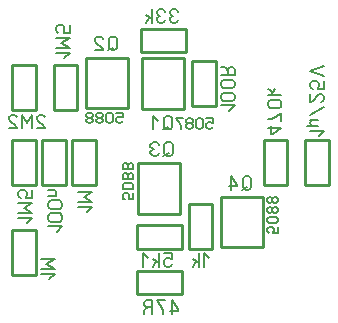
<source format=gbr>
%FSLAX34Y34*%
%MOMM*%
%LNSILK_BOTTOM*%
G71*
G01*
%ADD10C,0.260*%
%ADD11C,0.206*%
%ADD12C,0.159*%
%LPD*%
G54D10*
X170475Y-100775D02*
X170475Y-143375D01*
X206075Y-143375D01*
X206075Y-100775D01*
X170475Y-100775D01*
G54D11*
X192319Y-158798D02*
X187986Y-160964D01*
G54D11*
X188852Y-151575D02*
X188852Y-158798D01*
X189719Y-160242D01*
X191452Y-160964D01*
X193186Y-160964D01*
X194919Y-160242D01*
X195786Y-158798D01*
X195786Y-151575D01*
X194919Y-150131D01*
X193186Y-149409D01*
X191452Y-149409D01*
X189719Y-150131D01*
X188852Y-151575D01*
G54D11*
X183942Y-153742D02*
X179608Y-149409D01*
X179608Y-160964D01*
G54D10*
X122638Y-100224D02*
X122638Y-142824D01*
X158238Y-142824D01*
X158238Y-100224D01*
X122638Y-100224D01*
G54D11*
X145619Y-91686D02*
X141286Y-93852D01*
G54D11*
X142152Y-84463D02*
X142152Y-91686D01*
X143019Y-93130D01*
X144752Y-93852D01*
X146486Y-93852D01*
X148219Y-93130D01*
X149086Y-91686D01*
X149086Y-84463D01*
X148219Y-83019D01*
X146486Y-82297D01*
X144752Y-82297D01*
X143019Y-83019D01*
X142152Y-84463D01*
G54D11*
X130308Y-93852D02*
X137242Y-93852D01*
X137242Y-93130D01*
X136375Y-91686D01*
X131175Y-87352D01*
X130308Y-85908D01*
X130308Y-84463D01*
X131175Y-83019D01*
X132908Y-82297D01*
X134642Y-82297D01*
X136375Y-83019D01*
X137242Y-84463D01*
G54D10*
X202900Y-232275D02*
X202900Y-189675D01*
X167300Y-189675D01*
X167300Y-232275D01*
X202900Y-232275D01*
G54D11*
X192950Y-181198D02*
X188617Y-183364D01*
G54D11*
X189483Y-173976D02*
X189483Y-181198D01*
X190350Y-182642D01*
X192083Y-183364D01*
X193817Y-183364D01*
X195550Y-182642D01*
X196417Y-181198D01*
X196417Y-173976D01*
X195550Y-172531D01*
X193817Y-171809D01*
X192083Y-171809D01*
X190350Y-172531D01*
X189483Y-173976D01*
G54D11*
X184573Y-173976D02*
X183706Y-172531D01*
X181973Y-171809D01*
X180239Y-171809D01*
X178506Y-172531D01*
X177639Y-173976D01*
X177639Y-175420D01*
X178506Y-176864D01*
X180239Y-177587D01*
X178506Y-178309D01*
X177639Y-179753D01*
X177639Y-181198D01*
X178506Y-182642D01*
X180239Y-183364D01*
X181973Y-183364D01*
X183706Y-182642D01*
X184573Y-181198D01*
G54D10*
X272750Y-260850D02*
X272750Y-218250D01*
X237150Y-218250D01*
X237150Y-260850D01*
X272750Y-260850D01*
G54D11*
X259545Y-209846D02*
X255211Y-212013D01*
G54D11*
X256078Y-202624D02*
X256078Y-209846D01*
X256945Y-211291D01*
X258678Y-212013D01*
X260411Y-212013D01*
X262145Y-211291D01*
X263011Y-209846D01*
X263011Y-202624D01*
X262145Y-201180D01*
X260411Y-200457D01*
X258678Y-200457D01*
X256945Y-201180D01*
X256078Y-202624D01*
G54D11*
X245967Y-212013D02*
X245967Y-200457D01*
X251167Y-207680D01*
X251167Y-209124D01*
X244234Y-209124D01*
G54D10*
X308450Y-207775D02*
X328450Y-207775D01*
X328450Y-169775D01*
X308450Y-169775D01*
X308450Y-207775D01*
G54D11*
X320075Y-166229D02*
X324408Y-161895D01*
X312852Y-161895D01*
G54D11*
X319352Y-157852D02*
X309964Y-157852D01*
G54D11*
X319352Y-152652D02*
X312852Y-152652D01*
G54D11*
X314297Y-152652D02*
X313141Y-153518D01*
X312852Y-155252D01*
X313141Y-156985D01*
X314297Y-157852D01*
X319352Y-157852D01*
G54D11*
X312852Y-148608D02*
X324408Y-141674D01*
G54D11*
X312852Y-130697D02*
X312852Y-137631D01*
X313575Y-137631D01*
X315019Y-136764D01*
X319352Y-131564D01*
X320797Y-130697D01*
X322241Y-130697D01*
X323686Y-131564D01*
X324408Y-133297D01*
X324408Y-135031D01*
X323686Y-136764D01*
X322241Y-137631D01*
G54D11*
X324408Y-119720D02*
X324408Y-126654D01*
X319352Y-126654D01*
X319352Y-125787D01*
X320075Y-124054D01*
X320075Y-122320D01*
X319352Y-120587D01*
X317908Y-119720D01*
X315019Y-119720D01*
X313575Y-120587D01*
X312852Y-122320D01*
X312852Y-124054D01*
X313575Y-125787D01*
X315019Y-126654D01*
G54D11*
X324408Y-115677D02*
X312852Y-111343D01*
X324408Y-107010D01*
G54D10*
X80800Y-106225D02*
X60800Y-106225D01*
X60800Y-144225D01*
X80800Y-144225D01*
X80800Y-106225D01*
G54D11*
X81775Y-160018D02*
X88709Y-160018D01*
X88709Y-159295D01*
X87842Y-157851D01*
X82642Y-153518D01*
X81775Y-152073D01*
X81775Y-150629D01*
X82642Y-149184D01*
X84375Y-148462D01*
X86109Y-148462D01*
X87842Y-149184D01*
X88709Y-150629D01*
G54D11*
X77732Y-160018D02*
X77732Y-148462D01*
X73398Y-155684D01*
X69065Y-148462D01*
X69065Y-160018D01*
G54D11*
X58087Y-160018D02*
X65021Y-160018D01*
X65021Y-159295D01*
X64154Y-157851D01*
X58954Y-153518D01*
X58087Y-152073D01*
X58087Y-150629D01*
X58954Y-149184D01*
X60687Y-148462D01*
X62421Y-148462D01*
X64154Y-149184D01*
X65021Y-150629D01*
G54D10*
X131600Y-169725D02*
X111600Y-169725D01*
X111600Y-207725D01*
X131600Y-207725D01*
X131600Y-169725D01*
G54D11*
X123847Y-230700D02*
X128181Y-226367D01*
X116625Y-226367D01*
G54D11*
X116625Y-222323D02*
X128181Y-222323D01*
X120958Y-217990D01*
X128180Y-213656D01*
X116625Y-213656D01*
G54D10*
X106200Y-169725D02*
X86200Y-169725D01*
X86200Y-207725D01*
X106200Y-207725D01*
X106200Y-169725D01*
G54D11*
X98447Y-247369D02*
X102781Y-243035D01*
X91225Y-243035D01*
G54D11*
X100614Y-232058D02*
X93392Y-232058D01*
X91947Y-232925D01*
X91225Y-234658D01*
X91225Y-236392D01*
X91947Y-238125D01*
X93392Y-238992D01*
X100614Y-238992D01*
X102058Y-238125D01*
X102781Y-236392D01*
X102781Y-234658D01*
X102058Y-232925D01*
X100614Y-232058D01*
G54D11*
X100614Y-221081D02*
X93392Y-221081D01*
X91947Y-221948D01*
X91225Y-223681D01*
X91225Y-225415D01*
X91947Y-227148D01*
X93392Y-228015D01*
X100614Y-228015D01*
X102058Y-227148D01*
X102781Y-225415D01*
X102781Y-223681D01*
X102058Y-221948D01*
X100614Y-221081D01*
G54D11*
X91225Y-217038D02*
X97725Y-217038D01*
G54D11*
X96281Y-217038D02*
X97292Y-216171D01*
X97725Y-214438D01*
X97292Y-212704D01*
X96281Y-211838D01*
X91225Y-211838D01*
G54D10*
X80800Y-169725D02*
X60800Y-169725D01*
X60800Y-207725D01*
X80800Y-207725D01*
X80800Y-169725D01*
G54D11*
X73047Y-239855D02*
X77380Y-235521D01*
X65824Y-235521D01*
G54D11*
X65824Y-231478D02*
X77380Y-231478D01*
X70158Y-227144D01*
X77380Y-222811D01*
X65824Y-222811D01*
G54D11*
X77380Y-211833D02*
X77380Y-218767D01*
X72324Y-218767D01*
X72324Y-217900D01*
X73047Y-216167D01*
X73047Y-214433D01*
X72324Y-212700D01*
X70880Y-211833D01*
X67991Y-211833D01*
X66547Y-212700D01*
X65824Y-214433D01*
X65824Y-216167D01*
X66547Y-217900D01*
X67991Y-218767D01*
G54D10*
X115725Y-106225D02*
X95725Y-106225D01*
X95725Y-144225D01*
X115725Y-144225D01*
X115725Y-106225D01*
G54D11*
X104797Y-100525D02*
X109130Y-96192D01*
X97575Y-96192D01*
G54D11*
X97575Y-92148D02*
X109130Y-92148D01*
X101908Y-87815D01*
X109130Y-83481D01*
X97575Y-83481D01*
G54D11*
X109130Y-72504D02*
X109130Y-79437D01*
X104075Y-79437D01*
X104075Y-78570D01*
X104797Y-76837D01*
X104797Y-75104D01*
X104075Y-73370D01*
X102630Y-72504D01*
X99742Y-72504D01*
X98297Y-73370D01*
X97575Y-75104D01*
X97575Y-76837D01*
X98297Y-78570D01*
X99742Y-79437D01*
G54D10*
X207300Y-95563D02*
X207300Y-75563D01*
X169300Y-75563D01*
X169300Y-95563D01*
X207300Y-95563D01*
G54D11*
X201087Y-61161D02*
X200221Y-59717D01*
X198487Y-58994D01*
X196754Y-58994D01*
X195021Y-59717D01*
X194154Y-61161D01*
X194154Y-62605D01*
X195021Y-64050D01*
X196754Y-64772D01*
X195021Y-65494D01*
X194154Y-66939D01*
X194154Y-68383D01*
X195021Y-69828D01*
X196754Y-70550D01*
X198487Y-70550D01*
X200221Y-69828D01*
X201087Y-68383D01*
G54D11*
X190110Y-61161D02*
X189244Y-59717D01*
X187510Y-58994D01*
X185777Y-58994D01*
X184044Y-59717D01*
X183177Y-61161D01*
X183177Y-62606D01*
X184044Y-64050D01*
X185777Y-64772D01*
X184044Y-65494D01*
X183177Y-66939D01*
X183177Y-68383D01*
X184044Y-69828D01*
X185777Y-70550D01*
X187510Y-70550D01*
X189244Y-69828D01*
X190110Y-68383D01*
G54D11*
X179133Y-70550D02*
X179133Y-58994D01*
G54D11*
X176533Y-66217D02*
X173933Y-70550D01*
G54D11*
X179133Y-67661D02*
X173933Y-64050D01*
G54D10*
X233200Y-103050D02*
X213200Y-103050D01*
X213200Y-141050D01*
X233200Y-141050D01*
X233200Y-103050D01*
G54D11*
X244497Y-144975D02*
X248831Y-140642D01*
X237275Y-140642D01*
G54D11*
X246664Y-129665D02*
X239442Y-129665D01*
X237997Y-130531D01*
X237275Y-132265D01*
X237275Y-133998D01*
X237997Y-135731D01*
X239442Y-136598D01*
X246664Y-136598D01*
X248108Y-135731D01*
X248831Y-133998D01*
X248831Y-132265D01*
X248108Y-130531D01*
X246664Y-129665D01*
G54D11*
X246664Y-118688D02*
X239442Y-118688D01*
X237997Y-119554D01*
X237275Y-121288D01*
X237275Y-123021D01*
X237997Y-124754D01*
X239442Y-125621D01*
X246664Y-125621D01*
X248108Y-124754D01*
X248831Y-123021D01*
X248831Y-121288D01*
X248108Y-119554D01*
X246664Y-118688D01*
G54D11*
X243053Y-111177D02*
X241608Y-108577D01*
X240164Y-107711D01*
X237275Y-107711D01*
G54D11*
X237275Y-114644D02*
X248831Y-114644D01*
X248831Y-110311D01*
X248108Y-108577D01*
X246664Y-107711D01*
X245220Y-107711D01*
X243775Y-108577D01*
X243053Y-110311D01*
X243053Y-114644D01*
G54D10*
X273525Y-207775D02*
X293525Y-207775D01*
X293525Y-169775D01*
X273525Y-169775D01*
X273525Y-207775D01*
G54D11*
X276920Y-159777D02*
X288475Y-159777D01*
X281253Y-164977D01*
X279809Y-164977D01*
X279809Y-158043D01*
G54D11*
X288475Y-154000D02*
X288475Y-147066D01*
X287031Y-147933D01*
X284864Y-149666D01*
X281975Y-151400D01*
X279809Y-152266D01*
X276920Y-152266D01*
G54D11*
X286309Y-136089D02*
X279086Y-136089D01*
X277642Y-136956D01*
X276920Y-138689D01*
X276920Y-140423D01*
X277642Y-142156D01*
X279086Y-143023D01*
X286309Y-143023D01*
X287753Y-142156D01*
X288475Y-140423D01*
X288475Y-138689D01*
X287753Y-136956D01*
X286309Y-136089D01*
G54D11*
X276920Y-132046D02*
X288475Y-132046D01*
G54D11*
X281253Y-129446D02*
X276920Y-126846D01*
G54D11*
X279809Y-132046D02*
X283420Y-126846D01*
G54D10*
X166125Y-242250D02*
X166125Y-262250D01*
X204125Y-262250D01*
X204125Y-242250D01*
X166125Y-242250D01*
G54D11*
X189236Y-265485D02*
X196169Y-265485D01*
X196169Y-270541D01*
X195302Y-270541D01*
X193569Y-269819D01*
X191836Y-269819D01*
X190102Y-270541D01*
X189236Y-271985D01*
X189236Y-274874D01*
X190102Y-276319D01*
X191836Y-277041D01*
X193569Y-277041D01*
X195302Y-276319D01*
X196169Y-274874D01*
G54D11*
X185192Y-277041D02*
X185192Y-265485D01*
G54D11*
X182592Y-272708D02*
X179992Y-277041D01*
G54D11*
X185192Y-274152D02*
X179992Y-270541D01*
G54D11*
X175948Y-269819D02*
X171615Y-265485D01*
X171615Y-277041D01*
G54D10*
X210025Y-261750D02*
X230025Y-261750D01*
X230025Y-223750D01*
X210025Y-223750D01*
X210025Y-261750D01*
G54D11*
X227333Y-269838D02*
X223000Y-265504D01*
X223000Y-277060D01*
G54D11*
X218956Y-277060D02*
X218956Y-265504D01*
G54D11*
X216356Y-272727D02*
X213756Y-277060D01*
G54D11*
X218956Y-274171D02*
X213756Y-270560D01*
G54D10*
X80800Y-245925D02*
X60800Y-245925D01*
X60800Y-283925D01*
X80800Y-283925D01*
X80800Y-245925D01*
G54D11*
X92097Y-287850D02*
X96431Y-283517D01*
X84875Y-283517D01*
G54D11*
X84875Y-279473D02*
X96431Y-279473D01*
X89208Y-275140D01*
X96430Y-270806D01*
X84875Y-270806D01*
G54D10*
X204412Y-300391D02*
X204412Y-280391D01*
X166412Y-280391D01*
X166412Y-300391D01*
X204412Y-300391D01*
G54D11*
X195762Y-317266D02*
X195762Y-305710D01*
X200962Y-312932D01*
X200962Y-314377D01*
X194029Y-314377D01*
G54D11*
X189985Y-305710D02*
X183052Y-305710D01*
X183919Y-307154D01*
X185652Y-309321D01*
X187385Y-312210D01*
X188252Y-314377D01*
X188252Y-317266D01*
G54D11*
X175542Y-311488D02*
X172942Y-312932D01*
X172075Y-314377D01*
X172075Y-317266D01*
G54D11*
X179008Y-317266D02*
X179008Y-305710D01*
X174675Y-305710D01*
X172942Y-306432D01*
X172075Y-307877D01*
X172075Y-309321D01*
X172942Y-310766D01*
X174675Y-311488D01*
X179008Y-311488D01*
G54D12*
X224854Y-151449D02*
X230188Y-151449D01*
X230188Y-155338D01*
X229521Y-155338D01*
X228188Y-154782D01*
X226854Y-154782D01*
X225521Y-155338D01*
X224854Y-156449D01*
X224854Y-158671D01*
X225521Y-159782D01*
X226854Y-160338D01*
X228188Y-160338D01*
X229521Y-159782D01*
X230188Y-158671D01*
G54D12*
X216410Y-153115D02*
X216410Y-158671D01*
X217077Y-159782D01*
X218410Y-160338D01*
X219744Y-160338D01*
X221077Y-159782D01*
X221744Y-158671D01*
X221744Y-153115D01*
X221077Y-152004D01*
X219744Y-151449D01*
X218410Y-151449D01*
X217077Y-152004D01*
X216410Y-153115D01*
G54D12*
X209966Y-155893D02*
X211300Y-155893D01*
X212633Y-155338D01*
X213300Y-154226D01*
X213300Y-153115D01*
X212633Y-152004D01*
X211300Y-151449D01*
X209966Y-151449D01*
X208633Y-152004D01*
X207966Y-153115D01*
X207966Y-154226D01*
X208633Y-155338D01*
X209966Y-155893D01*
X208633Y-156449D01*
X207966Y-157560D01*
X207966Y-158671D01*
X208633Y-159782D01*
X209966Y-160338D01*
X211300Y-160338D01*
X212633Y-159782D01*
X213300Y-158671D01*
X213300Y-157560D01*
X212633Y-156449D01*
X211300Y-155893D01*
G54D12*
X204856Y-151449D02*
X199522Y-151449D01*
X200189Y-152560D01*
X201522Y-154226D01*
X202856Y-156449D01*
X203522Y-158115D01*
X203522Y-160338D01*
G54D12*
X162979Y-214838D02*
X162979Y-220171D01*
X159090Y-220171D01*
X159090Y-219505D01*
X159646Y-218171D01*
X159646Y-216838D01*
X159090Y-215505D01*
X157979Y-214838D01*
X155757Y-214838D01*
X154646Y-215505D01*
X154090Y-216838D01*
X154090Y-218171D01*
X154646Y-219505D01*
X155757Y-220171D01*
G54D12*
X161312Y-206394D02*
X155757Y-206394D01*
X154646Y-207061D01*
X154090Y-208394D01*
X154090Y-209727D01*
X154646Y-211061D01*
X155757Y-211727D01*
X161312Y-211727D01*
X162424Y-211061D01*
X162979Y-209727D01*
X162979Y-208394D01*
X162424Y-207061D01*
X161312Y-206394D01*
G54D12*
X158535Y-199950D02*
X158535Y-201283D01*
X159090Y-202617D01*
X160201Y-203283D01*
X161312Y-203283D01*
X162424Y-202617D01*
X162979Y-201283D01*
X162979Y-199950D01*
X162424Y-198617D01*
X161312Y-197950D01*
X160201Y-197950D01*
X159090Y-198617D01*
X158535Y-199950D01*
X157979Y-198617D01*
X156868Y-197950D01*
X155757Y-197950D01*
X154646Y-198617D01*
X154090Y-199950D01*
X154090Y-201283D01*
X154646Y-202617D01*
X155757Y-203283D01*
X156868Y-203283D01*
X157979Y-202617D01*
X158535Y-201283D01*
G54D12*
X158535Y-191506D02*
X158535Y-192839D01*
X159090Y-194173D01*
X160201Y-194839D01*
X161312Y-194839D01*
X162424Y-194173D01*
X162979Y-192839D01*
X162979Y-191506D01*
X162424Y-190173D01*
X161312Y-189506D01*
X160201Y-189506D01*
X159090Y-190173D01*
X158535Y-191506D01*
X157979Y-190173D01*
X156868Y-189506D01*
X155757Y-189506D01*
X154646Y-190173D01*
X154090Y-191506D01*
X154090Y-192839D01*
X154646Y-194173D01*
X155757Y-194839D01*
X156868Y-194839D01*
X157979Y-194173D01*
X158535Y-192839D01*
G54D12*
X148654Y-146686D02*
X153988Y-146686D01*
X153988Y-150575D01*
X153321Y-150575D01*
X151988Y-150019D01*
X150654Y-150019D01*
X149321Y-150575D01*
X148654Y-151686D01*
X148654Y-153908D01*
X149321Y-155019D01*
X150654Y-155575D01*
X151988Y-155575D01*
X153321Y-155019D01*
X153988Y-153908D01*
G54D12*
X140210Y-148353D02*
X140210Y-153908D01*
X140877Y-155019D01*
X142210Y-155575D01*
X143544Y-155575D01*
X144877Y-155019D01*
X145544Y-153908D01*
X145544Y-148353D01*
X144877Y-147242D01*
X143544Y-146686D01*
X142210Y-146686D01*
X140877Y-147242D01*
X140210Y-148353D01*
G54D12*
X133766Y-151131D02*
X135100Y-151131D01*
X136433Y-150575D01*
X137100Y-149464D01*
X137100Y-148353D01*
X136433Y-147242D01*
X135100Y-146686D01*
X133766Y-146686D01*
X132433Y-147242D01*
X131766Y-148353D01*
X131766Y-149464D01*
X132433Y-150575D01*
X133766Y-151131D01*
X132433Y-151686D01*
X131766Y-152797D01*
X131766Y-153908D01*
X132433Y-155019D01*
X133766Y-155575D01*
X135100Y-155575D01*
X136433Y-155019D01*
X137100Y-153908D01*
X137100Y-152797D01*
X136433Y-151686D01*
X135100Y-151131D01*
G54D12*
X125322Y-151131D02*
X126656Y-151131D01*
X127989Y-150575D01*
X128656Y-149464D01*
X128656Y-148353D01*
X127989Y-147242D01*
X126656Y-146686D01*
X125322Y-146686D01*
X123989Y-147242D01*
X123322Y-148353D01*
X123322Y-149464D01*
X123989Y-150575D01*
X125322Y-151131D01*
X123989Y-151686D01*
X123322Y-152797D01*
X123322Y-153908D01*
X123989Y-155019D01*
X125322Y-155575D01*
X126656Y-155575D01*
X127989Y-155019D01*
X128656Y-153908D01*
X128656Y-152797D01*
X127989Y-151686D01*
X126656Y-151131D01*
G54D12*
X285217Y-243413D02*
X285217Y-248746D01*
X281328Y-248746D01*
X281328Y-248080D01*
X281883Y-246746D01*
X281883Y-245413D01*
X281328Y-244080D01*
X280217Y-243413D01*
X277994Y-243413D01*
X276883Y-244080D01*
X276328Y-245413D01*
X276328Y-246746D01*
X276883Y-248080D01*
X277994Y-248746D01*
G54D12*
X283550Y-234969D02*
X277994Y-234969D01*
X276883Y-235636D01*
X276328Y-236969D01*
X276328Y-238302D01*
X276883Y-239636D01*
X277994Y-240302D01*
X283550Y-240302D01*
X284661Y-239636D01*
X285217Y-238302D01*
X285217Y-236969D01*
X284661Y-235636D01*
X283550Y-234969D01*
G54D12*
X280772Y-228525D02*
X280772Y-229858D01*
X281328Y-231192D01*
X282439Y-231858D01*
X283550Y-231858D01*
X284661Y-231192D01*
X285217Y-229858D01*
X285217Y-228525D01*
X284661Y-227192D01*
X283550Y-226525D01*
X282439Y-226525D01*
X281328Y-227192D01*
X280772Y-228525D01*
X280217Y-227192D01*
X279105Y-226525D01*
X277994Y-226525D01*
X276883Y-227192D01*
X276328Y-228525D01*
X276328Y-229858D01*
X276883Y-231192D01*
X277994Y-231858D01*
X279105Y-231858D01*
X280217Y-231192D01*
X280772Y-229858D01*
G54D12*
X280772Y-220081D02*
X280772Y-221414D01*
X281328Y-222748D01*
X282439Y-223414D01*
X283550Y-223414D01*
X284661Y-222748D01*
X285217Y-221414D01*
X285217Y-220081D01*
X284661Y-218748D01*
X283550Y-218081D01*
X282439Y-218081D01*
X281328Y-218748D01*
X280772Y-220081D01*
X280217Y-218748D01*
X279105Y-218081D01*
X277994Y-218081D01*
X276883Y-218748D01*
X276328Y-220081D01*
X276328Y-221414D01*
X276883Y-222748D01*
X277994Y-223414D01*
X279105Y-223414D01*
X280217Y-222748D01*
X280772Y-221414D01*
M02*

</source>
